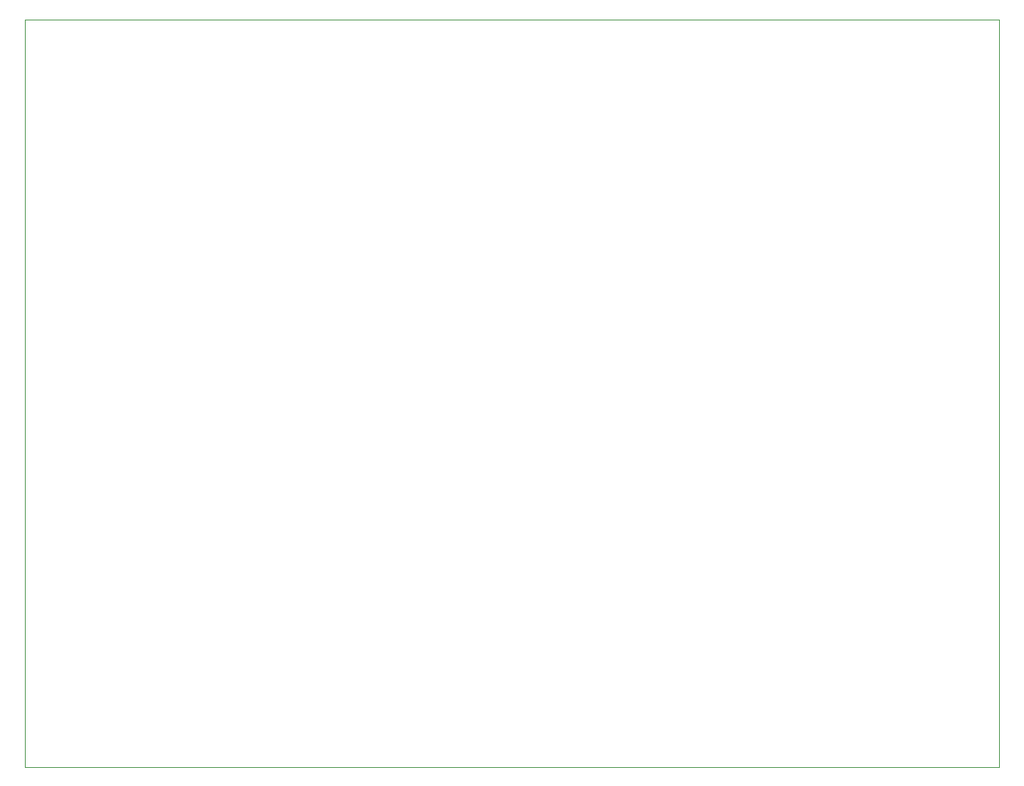
<source format=gbr>
%TF.GenerationSoftware,KiCad,Pcbnew,7.0.1*%
%TF.CreationDate,2023-04-18T18:49:41-05:00*%
%TF.ProjectId,pcb_design,7063625f-6465-4736-9967-6e2e6b696361,rev?*%
%TF.SameCoordinates,Original*%
%TF.FileFunction,Profile,NP*%
%FSLAX46Y46*%
G04 Gerber Fmt 4.6, Leading zero omitted, Abs format (unit mm)*
G04 Created by KiCad (PCBNEW 7.0.1) date 2023-04-18 18:49:41*
%MOMM*%
%LPD*%
G01*
G04 APERTURE LIST*
%TA.AperFunction,Profile*%
%ADD10C,0.100000*%
%TD*%
G04 APERTURE END LIST*
D10*
X104140000Y-38100000D02*
X213360000Y-38100000D01*
X213360000Y-121920000D01*
X104140000Y-121920000D01*
X104140000Y-38100000D01*
M02*

</source>
